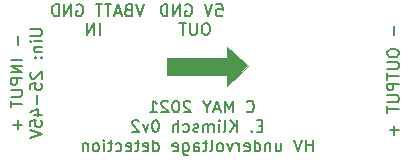
<source format=gbr>
G04 #@! TF.GenerationSoftware,KiCad,Pcbnew,(5.1.10)-1*
G04 #@! TF.CreationDate,2021-05-27T14:09:39+02:00*
G04 #@! TF.ProjectId,HV_UV_detect,48565f55-565f-4646-9574-6563742e6b69,0v2*
G04 #@! TF.SameCoordinates,Original*
G04 #@! TF.FileFunction,Legend,Bot*
G04 #@! TF.FilePolarity,Positive*
%FSLAX46Y46*%
G04 Gerber Fmt 4.6, Leading zero omitted, Abs format (unit mm)*
G04 Created by KiCad (PCBNEW (5.1.10)-1) date 2021-05-27 14:09:39*
%MOMM*%
%LPD*%
G01*
G04 APERTURE LIST*
%ADD10C,0.150000*%
%ADD11C,0.100000*%
G04 APERTURE END LIST*
D10*
X159766666Y-96307142D02*
X159814285Y-96354761D01*
X159957142Y-96402380D01*
X160052380Y-96402380D01*
X160195238Y-96354761D01*
X160290476Y-96259523D01*
X160338095Y-96164285D01*
X160385714Y-95973809D01*
X160385714Y-95830952D01*
X160338095Y-95640476D01*
X160290476Y-95545238D01*
X160195238Y-95450000D01*
X160052380Y-95402380D01*
X159957142Y-95402380D01*
X159814285Y-95450000D01*
X159766666Y-95497619D01*
X158576190Y-96402380D02*
X158576190Y-95402380D01*
X158242857Y-96116666D01*
X157909523Y-95402380D01*
X157909523Y-96402380D01*
X157480952Y-96116666D02*
X157004761Y-96116666D01*
X157576190Y-96402380D02*
X157242857Y-95402380D01*
X156909523Y-96402380D01*
X156385714Y-95926190D02*
X156385714Y-96402380D01*
X156719047Y-95402380D02*
X156385714Y-95926190D01*
X156052380Y-95402380D01*
X155004761Y-95497619D02*
X154957142Y-95450000D01*
X154861904Y-95402380D01*
X154623809Y-95402380D01*
X154528571Y-95450000D01*
X154480952Y-95497619D01*
X154433333Y-95592857D01*
X154433333Y-95688095D01*
X154480952Y-95830952D01*
X155052380Y-96402380D01*
X154433333Y-96402380D01*
X153814285Y-95402380D02*
X153719047Y-95402380D01*
X153623809Y-95450000D01*
X153576190Y-95497619D01*
X153528571Y-95592857D01*
X153480952Y-95783333D01*
X153480952Y-96021428D01*
X153528571Y-96211904D01*
X153576190Y-96307142D01*
X153623809Y-96354761D01*
X153719047Y-96402380D01*
X153814285Y-96402380D01*
X153909523Y-96354761D01*
X153957142Y-96307142D01*
X154004761Y-96211904D01*
X154052380Y-96021428D01*
X154052380Y-95783333D01*
X154004761Y-95592857D01*
X153957142Y-95497619D01*
X153909523Y-95450000D01*
X153814285Y-95402380D01*
X153100000Y-95497619D02*
X153052380Y-95450000D01*
X152957142Y-95402380D01*
X152719047Y-95402380D01*
X152623809Y-95450000D01*
X152576190Y-95497619D01*
X152528571Y-95592857D01*
X152528571Y-95688095D01*
X152576190Y-95830952D01*
X153147619Y-96402380D01*
X152528571Y-96402380D01*
X151576190Y-96402380D02*
X152147619Y-96402380D01*
X151861904Y-96402380D02*
X151861904Y-95402380D01*
X151957142Y-95545238D01*
X152052380Y-95640476D01*
X152147619Y-95688095D01*
X161100000Y-97528571D02*
X160766666Y-97528571D01*
X160623809Y-98052380D02*
X161100000Y-98052380D01*
X161100000Y-97052380D01*
X160623809Y-97052380D01*
X160195238Y-97957142D02*
X160147619Y-98004761D01*
X160195238Y-98052380D01*
X160242857Y-98004761D01*
X160195238Y-97957142D01*
X160195238Y-98052380D01*
X158957142Y-98052380D02*
X158957142Y-97052380D01*
X158385714Y-98052380D02*
X158814285Y-97480952D01*
X158385714Y-97052380D02*
X158957142Y-97623809D01*
X157814285Y-98052380D02*
X157909523Y-98004761D01*
X157957142Y-97909523D01*
X157957142Y-97052380D01*
X157433333Y-98052380D02*
X157433333Y-97385714D01*
X157433333Y-97052380D02*
X157480952Y-97100000D01*
X157433333Y-97147619D01*
X157385714Y-97100000D01*
X157433333Y-97052380D01*
X157433333Y-97147619D01*
X156957142Y-98052380D02*
X156957142Y-97385714D01*
X156957142Y-97480952D02*
X156909523Y-97433333D01*
X156814285Y-97385714D01*
X156671428Y-97385714D01*
X156576190Y-97433333D01*
X156528571Y-97528571D01*
X156528571Y-98052380D01*
X156528571Y-97528571D02*
X156480952Y-97433333D01*
X156385714Y-97385714D01*
X156242857Y-97385714D01*
X156147619Y-97433333D01*
X156100000Y-97528571D01*
X156100000Y-98052380D01*
X155671428Y-98004761D02*
X155576190Y-98052380D01*
X155385714Y-98052380D01*
X155290476Y-98004761D01*
X155242857Y-97909523D01*
X155242857Y-97861904D01*
X155290476Y-97766666D01*
X155385714Y-97719047D01*
X155528571Y-97719047D01*
X155623809Y-97671428D01*
X155671428Y-97576190D01*
X155671428Y-97528571D01*
X155623809Y-97433333D01*
X155528571Y-97385714D01*
X155385714Y-97385714D01*
X155290476Y-97433333D01*
X154385714Y-98004761D02*
X154480952Y-98052380D01*
X154671428Y-98052380D01*
X154766666Y-98004761D01*
X154814285Y-97957142D01*
X154861904Y-97861904D01*
X154861904Y-97576190D01*
X154814285Y-97480952D01*
X154766666Y-97433333D01*
X154671428Y-97385714D01*
X154480952Y-97385714D01*
X154385714Y-97433333D01*
X153957142Y-98052380D02*
X153957142Y-97052380D01*
X153528571Y-98052380D02*
X153528571Y-97528571D01*
X153576190Y-97433333D01*
X153671428Y-97385714D01*
X153814285Y-97385714D01*
X153909523Y-97433333D01*
X153957142Y-97480952D01*
X152100000Y-97052380D02*
X152004761Y-97052380D01*
X151909523Y-97100000D01*
X151861904Y-97147619D01*
X151814285Y-97242857D01*
X151766666Y-97433333D01*
X151766666Y-97671428D01*
X151814285Y-97861904D01*
X151861904Y-97957142D01*
X151909523Y-98004761D01*
X152004761Y-98052380D01*
X152100000Y-98052380D01*
X152195238Y-98004761D01*
X152242857Y-97957142D01*
X152290476Y-97861904D01*
X152338095Y-97671428D01*
X152338095Y-97433333D01*
X152290476Y-97242857D01*
X152242857Y-97147619D01*
X152195238Y-97100000D01*
X152100000Y-97052380D01*
X151433333Y-97385714D02*
X151195238Y-98052380D01*
X150957142Y-97385714D01*
X150623809Y-97147619D02*
X150576190Y-97100000D01*
X150480952Y-97052380D01*
X150242857Y-97052380D01*
X150147619Y-97100000D01*
X150100000Y-97147619D01*
X150052380Y-97242857D01*
X150052380Y-97338095D01*
X150100000Y-97480952D01*
X150671428Y-98052380D01*
X150052380Y-98052380D01*
X165338095Y-99702380D02*
X165338095Y-98702380D01*
X165338095Y-99178571D02*
X164766666Y-99178571D01*
X164766666Y-99702380D02*
X164766666Y-98702380D01*
X164433333Y-98702380D02*
X164100000Y-99702380D01*
X163766666Y-98702380D01*
X162242857Y-99035714D02*
X162242857Y-99702380D01*
X162671428Y-99035714D02*
X162671428Y-99559523D01*
X162623809Y-99654761D01*
X162528571Y-99702380D01*
X162385714Y-99702380D01*
X162290476Y-99654761D01*
X162242857Y-99607142D01*
X161766666Y-99035714D02*
X161766666Y-99702380D01*
X161766666Y-99130952D02*
X161719047Y-99083333D01*
X161623809Y-99035714D01*
X161480952Y-99035714D01*
X161385714Y-99083333D01*
X161338095Y-99178571D01*
X161338095Y-99702380D01*
X160433333Y-99702380D02*
X160433333Y-98702380D01*
X160433333Y-99654761D02*
X160528571Y-99702380D01*
X160719047Y-99702380D01*
X160814285Y-99654761D01*
X160861904Y-99607142D01*
X160909523Y-99511904D01*
X160909523Y-99226190D01*
X160861904Y-99130952D01*
X160814285Y-99083333D01*
X160719047Y-99035714D01*
X160528571Y-99035714D01*
X160433333Y-99083333D01*
X159576190Y-99654761D02*
X159671428Y-99702380D01*
X159861904Y-99702380D01*
X159957142Y-99654761D01*
X160004761Y-99559523D01*
X160004761Y-99178571D01*
X159957142Y-99083333D01*
X159861904Y-99035714D01*
X159671428Y-99035714D01*
X159576190Y-99083333D01*
X159528571Y-99178571D01*
X159528571Y-99273809D01*
X160004761Y-99369047D01*
X159100000Y-99702380D02*
X159100000Y-99035714D01*
X159100000Y-99226190D02*
X159052380Y-99130952D01*
X159004761Y-99083333D01*
X158909523Y-99035714D01*
X158814285Y-99035714D01*
X158576190Y-99035714D02*
X158338095Y-99702380D01*
X158100000Y-99035714D01*
X157576190Y-99702380D02*
X157671428Y-99654761D01*
X157719047Y-99607142D01*
X157766666Y-99511904D01*
X157766666Y-99226190D01*
X157719047Y-99130952D01*
X157671428Y-99083333D01*
X157576190Y-99035714D01*
X157433333Y-99035714D01*
X157338095Y-99083333D01*
X157290476Y-99130952D01*
X157242857Y-99226190D01*
X157242857Y-99511904D01*
X157290476Y-99607142D01*
X157338095Y-99654761D01*
X157433333Y-99702380D01*
X157576190Y-99702380D01*
X156671428Y-99702380D02*
X156766666Y-99654761D01*
X156814285Y-99559523D01*
X156814285Y-98702380D01*
X156433333Y-99035714D02*
X156052380Y-99035714D01*
X156290476Y-98702380D02*
X156290476Y-99559523D01*
X156242857Y-99654761D01*
X156147619Y-99702380D01*
X156052380Y-99702380D01*
X155290476Y-99702380D02*
X155290476Y-99178571D01*
X155338095Y-99083333D01*
X155433333Y-99035714D01*
X155623809Y-99035714D01*
X155719047Y-99083333D01*
X155290476Y-99654761D02*
X155385714Y-99702380D01*
X155623809Y-99702380D01*
X155719047Y-99654761D01*
X155766666Y-99559523D01*
X155766666Y-99464285D01*
X155719047Y-99369047D01*
X155623809Y-99321428D01*
X155385714Y-99321428D01*
X155290476Y-99273809D01*
X154385714Y-99035714D02*
X154385714Y-99845238D01*
X154433333Y-99940476D01*
X154480952Y-99988095D01*
X154576190Y-100035714D01*
X154719047Y-100035714D01*
X154814285Y-99988095D01*
X154385714Y-99654761D02*
X154480952Y-99702380D01*
X154671428Y-99702380D01*
X154766666Y-99654761D01*
X154814285Y-99607142D01*
X154861904Y-99511904D01*
X154861904Y-99226190D01*
X154814285Y-99130952D01*
X154766666Y-99083333D01*
X154671428Y-99035714D01*
X154480952Y-99035714D01*
X154385714Y-99083333D01*
X153528571Y-99654761D02*
X153623809Y-99702380D01*
X153814285Y-99702380D01*
X153909523Y-99654761D01*
X153957142Y-99559523D01*
X153957142Y-99178571D01*
X153909523Y-99083333D01*
X153814285Y-99035714D01*
X153623809Y-99035714D01*
X153528571Y-99083333D01*
X153480952Y-99178571D01*
X153480952Y-99273809D01*
X153957142Y-99369047D01*
X151861904Y-99702380D02*
X151861904Y-98702380D01*
X151861904Y-99654761D02*
X151957142Y-99702380D01*
X152147619Y-99702380D01*
X152242857Y-99654761D01*
X152290476Y-99607142D01*
X152338095Y-99511904D01*
X152338095Y-99226190D01*
X152290476Y-99130952D01*
X152242857Y-99083333D01*
X152147619Y-99035714D01*
X151957142Y-99035714D01*
X151861904Y-99083333D01*
X151004761Y-99654761D02*
X151100000Y-99702380D01*
X151290476Y-99702380D01*
X151385714Y-99654761D01*
X151433333Y-99559523D01*
X151433333Y-99178571D01*
X151385714Y-99083333D01*
X151290476Y-99035714D01*
X151100000Y-99035714D01*
X151004761Y-99083333D01*
X150957142Y-99178571D01*
X150957142Y-99273809D01*
X151433333Y-99369047D01*
X150671428Y-99035714D02*
X150290476Y-99035714D01*
X150528571Y-98702380D02*
X150528571Y-99559523D01*
X150480952Y-99654761D01*
X150385714Y-99702380D01*
X150290476Y-99702380D01*
X149576190Y-99654761D02*
X149671428Y-99702380D01*
X149861904Y-99702380D01*
X149957142Y-99654761D01*
X150004761Y-99559523D01*
X150004761Y-99178571D01*
X149957142Y-99083333D01*
X149861904Y-99035714D01*
X149671428Y-99035714D01*
X149576190Y-99083333D01*
X149528571Y-99178571D01*
X149528571Y-99273809D01*
X150004761Y-99369047D01*
X148671428Y-99654761D02*
X148766666Y-99702380D01*
X148957142Y-99702380D01*
X149052380Y-99654761D01*
X149100000Y-99607142D01*
X149147619Y-99511904D01*
X149147619Y-99226190D01*
X149100000Y-99130952D01*
X149052380Y-99083333D01*
X148957142Y-99035714D01*
X148766666Y-99035714D01*
X148671428Y-99083333D01*
X148385714Y-99035714D02*
X148004761Y-99035714D01*
X148242857Y-98702380D02*
X148242857Y-99559523D01*
X148195238Y-99654761D01*
X148100000Y-99702380D01*
X148004761Y-99702380D01*
X147671428Y-99702380D02*
X147671428Y-99035714D01*
X147671428Y-98702380D02*
X147719047Y-98750000D01*
X147671428Y-98797619D01*
X147623809Y-98750000D01*
X147671428Y-98702380D01*
X147671428Y-98797619D01*
X147052380Y-99702380D02*
X147147619Y-99654761D01*
X147195238Y-99607142D01*
X147242857Y-99511904D01*
X147242857Y-99226190D01*
X147195238Y-99130952D01*
X147147619Y-99083333D01*
X147052380Y-99035714D01*
X146909523Y-99035714D01*
X146814285Y-99083333D01*
X146766666Y-99130952D01*
X146719047Y-99226190D01*
X146719047Y-99511904D01*
X146766666Y-99607142D01*
X146814285Y-99654761D01*
X146909523Y-99702380D01*
X147052380Y-99702380D01*
X146290476Y-99035714D02*
X146290476Y-99702380D01*
X146290476Y-99130952D02*
X146242857Y-99083333D01*
X146147619Y-99035714D01*
X146004761Y-99035714D01*
X145909523Y-99083333D01*
X145861904Y-99178571D01*
X145861904Y-99702380D01*
D11*
G36*
X159900000Y-92500000D02*
G01*
X158100000Y-94200000D01*
X158100000Y-93200000D01*
X153000000Y-93200000D01*
X153000000Y-91800000D01*
X158100000Y-91800000D01*
X158100000Y-90900000D01*
X159900000Y-92500000D01*
G37*
X159900000Y-92500000D02*
X158100000Y-94200000D01*
X158100000Y-93200000D01*
X153000000Y-93200000D01*
X153000000Y-91800000D01*
X158100000Y-91800000D01*
X158100000Y-90900000D01*
X159900000Y-92500000D01*
D10*
X172271428Y-89104761D02*
X172271428Y-89866666D01*
X171652380Y-91295238D02*
X171652380Y-91485714D01*
X171700000Y-91580952D01*
X171795238Y-91676190D01*
X171985714Y-91723809D01*
X172319047Y-91723809D01*
X172509523Y-91676190D01*
X172604761Y-91580952D01*
X172652380Y-91485714D01*
X172652380Y-91295238D01*
X172604761Y-91200000D01*
X172509523Y-91104761D01*
X172319047Y-91057142D01*
X171985714Y-91057142D01*
X171795238Y-91104761D01*
X171700000Y-91200000D01*
X171652380Y-91295238D01*
X171652380Y-92152380D02*
X172461904Y-92152380D01*
X172557142Y-92200000D01*
X172604761Y-92247619D01*
X172652380Y-92342857D01*
X172652380Y-92533333D01*
X172604761Y-92628571D01*
X172557142Y-92676190D01*
X172461904Y-92723809D01*
X171652380Y-92723809D01*
X171652380Y-93057142D02*
X171652380Y-93628571D01*
X172652380Y-93342857D02*
X171652380Y-93342857D01*
X172652380Y-93961904D02*
X171652380Y-93961904D01*
X171652380Y-94342857D01*
X171700000Y-94438095D01*
X171747619Y-94485714D01*
X171842857Y-94533333D01*
X171985714Y-94533333D01*
X172080952Y-94485714D01*
X172128571Y-94438095D01*
X172176190Y-94342857D01*
X172176190Y-93961904D01*
X171652380Y-94961904D02*
X172461904Y-94961904D01*
X172557142Y-95009523D01*
X172604761Y-95057142D01*
X172652380Y-95152380D01*
X172652380Y-95342857D01*
X172604761Y-95438095D01*
X172557142Y-95485714D01*
X172461904Y-95533333D01*
X171652380Y-95533333D01*
X171652380Y-95866666D02*
X171652380Y-96438095D01*
X172652380Y-96152380D02*
X171652380Y-96152380D01*
X172271428Y-97533333D02*
X172271428Y-98295238D01*
X172652380Y-97914285D02*
X171890476Y-97914285D01*
X140396428Y-89971428D02*
X140396428Y-90733333D01*
X140777380Y-91971428D02*
X139777380Y-91971428D01*
X140777380Y-92447619D02*
X139777380Y-92447619D01*
X140777380Y-93019047D01*
X139777380Y-93019047D01*
X140777380Y-93495238D02*
X139777380Y-93495238D01*
X139777380Y-93876190D01*
X139825000Y-93971428D01*
X139872619Y-94019047D01*
X139967857Y-94066666D01*
X140110714Y-94066666D01*
X140205952Y-94019047D01*
X140253571Y-93971428D01*
X140301190Y-93876190D01*
X140301190Y-93495238D01*
X139777380Y-94495238D02*
X140586904Y-94495238D01*
X140682142Y-94542857D01*
X140729761Y-94590476D01*
X140777380Y-94685714D01*
X140777380Y-94876190D01*
X140729761Y-94971428D01*
X140682142Y-95019047D01*
X140586904Y-95066666D01*
X139777380Y-95066666D01*
X139777380Y-95400000D02*
X139777380Y-95971428D01*
X140777380Y-95685714D02*
X139777380Y-95685714D01*
X140396428Y-97066666D02*
X140396428Y-97828571D01*
X140777380Y-97447619D02*
X140015476Y-97447619D01*
X141427380Y-89352380D02*
X142236904Y-89352380D01*
X142332142Y-89400000D01*
X142379761Y-89447619D01*
X142427380Y-89542857D01*
X142427380Y-89733333D01*
X142379761Y-89828571D01*
X142332142Y-89876190D01*
X142236904Y-89923809D01*
X141427380Y-89923809D01*
X142427380Y-90400000D02*
X141760714Y-90400000D01*
X141427380Y-90400000D02*
X141475000Y-90352380D01*
X141522619Y-90400000D01*
X141475000Y-90447619D01*
X141427380Y-90400000D01*
X141522619Y-90400000D01*
X141760714Y-90876190D02*
X142427380Y-90876190D01*
X141855952Y-90876190D02*
X141808333Y-90923809D01*
X141760714Y-91019047D01*
X141760714Y-91161904D01*
X141808333Y-91257142D01*
X141903571Y-91304761D01*
X142427380Y-91304761D01*
X142332142Y-91780952D02*
X142379761Y-91828571D01*
X142427380Y-91780952D01*
X142379761Y-91733333D01*
X142332142Y-91780952D01*
X142427380Y-91780952D01*
X141808333Y-91780952D02*
X141855952Y-91828571D01*
X141903571Y-91780952D01*
X141855952Y-91733333D01*
X141808333Y-91780952D01*
X141903571Y-91780952D01*
X141522619Y-92971428D02*
X141475000Y-93019047D01*
X141427380Y-93114285D01*
X141427380Y-93352380D01*
X141475000Y-93447619D01*
X141522619Y-93495238D01*
X141617857Y-93542857D01*
X141713095Y-93542857D01*
X141855952Y-93495238D01*
X142427380Y-92923809D01*
X142427380Y-93542857D01*
X141427380Y-94447619D02*
X141427380Y-93971428D01*
X141903571Y-93923809D01*
X141855952Y-93971428D01*
X141808333Y-94066666D01*
X141808333Y-94304761D01*
X141855952Y-94400000D01*
X141903571Y-94447619D01*
X141998809Y-94495238D01*
X142236904Y-94495238D01*
X142332142Y-94447619D01*
X142379761Y-94400000D01*
X142427380Y-94304761D01*
X142427380Y-94066666D01*
X142379761Y-93971428D01*
X142332142Y-93923809D01*
X142046428Y-94923809D02*
X142046428Y-95685714D01*
X141760714Y-96590476D02*
X142427380Y-96590476D01*
X141379761Y-96352380D02*
X142094047Y-96114285D01*
X142094047Y-96733333D01*
X141427380Y-97590476D02*
X141427380Y-97114285D01*
X141903571Y-97066666D01*
X141855952Y-97114285D01*
X141808333Y-97209523D01*
X141808333Y-97447619D01*
X141855952Y-97542857D01*
X141903571Y-97590476D01*
X141998809Y-97638095D01*
X142236904Y-97638095D01*
X142332142Y-97590476D01*
X142379761Y-97542857D01*
X142427380Y-97447619D01*
X142427380Y-97209523D01*
X142379761Y-97114285D01*
X142332142Y-97066666D01*
X141427380Y-97923809D02*
X142427380Y-98257142D01*
X141427380Y-98590476D01*
X147323809Y-89852380D02*
X147323809Y-88852380D01*
X146847619Y-89852380D02*
X146847619Y-88852380D01*
X146276190Y-89852380D01*
X146276190Y-88852380D01*
X156400000Y-88852380D02*
X156209523Y-88852380D01*
X156114285Y-88900000D01*
X156019047Y-88995238D01*
X155971428Y-89185714D01*
X155971428Y-89519047D01*
X156019047Y-89709523D01*
X156114285Y-89804761D01*
X156209523Y-89852380D01*
X156400000Y-89852380D01*
X156495238Y-89804761D01*
X156590476Y-89709523D01*
X156638095Y-89519047D01*
X156638095Y-89185714D01*
X156590476Y-88995238D01*
X156495238Y-88900000D01*
X156400000Y-88852380D01*
X155542857Y-88852380D02*
X155542857Y-89661904D01*
X155495238Y-89757142D01*
X155447619Y-89804761D01*
X155352380Y-89852380D01*
X155161904Y-89852380D01*
X155066666Y-89804761D01*
X155019047Y-89757142D01*
X154971428Y-89661904D01*
X154971428Y-88852380D01*
X154638095Y-88852380D02*
X154066666Y-88852380D01*
X154352380Y-89852380D02*
X154352380Y-88852380D01*
X151028571Y-87252380D02*
X150695238Y-88252380D01*
X150361904Y-87252380D01*
X149695238Y-87728571D02*
X149552380Y-87776190D01*
X149504761Y-87823809D01*
X149457142Y-87919047D01*
X149457142Y-88061904D01*
X149504761Y-88157142D01*
X149552380Y-88204761D01*
X149647619Y-88252380D01*
X150028571Y-88252380D01*
X150028571Y-87252380D01*
X149695238Y-87252380D01*
X149600000Y-87300000D01*
X149552380Y-87347619D01*
X149504761Y-87442857D01*
X149504761Y-87538095D01*
X149552380Y-87633333D01*
X149600000Y-87680952D01*
X149695238Y-87728571D01*
X150028571Y-87728571D01*
X149076190Y-87966666D02*
X148600000Y-87966666D01*
X149171428Y-88252380D02*
X148838095Y-87252380D01*
X148504761Y-88252380D01*
X148314285Y-87252380D02*
X147742857Y-87252380D01*
X148028571Y-88252380D02*
X148028571Y-87252380D01*
X147552380Y-87252380D02*
X146980952Y-87252380D01*
X147266666Y-88252380D02*
X147266666Y-87252380D01*
X145361904Y-87300000D02*
X145457142Y-87252380D01*
X145600000Y-87252380D01*
X145742857Y-87300000D01*
X145838095Y-87395238D01*
X145885714Y-87490476D01*
X145933333Y-87680952D01*
X145933333Y-87823809D01*
X145885714Y-88014285D01*
X145838095Y-88109523D01*
X145742857Y-88204761D01*
X145600000Y-88252380D01*
X145504761Y-88252380D01*
X145361904Y-88204761D01*
X145314285Y-88157142D01*
X145314285Y-87823809D01*
X145504761Y-87823809D01*
X144885714Y-88252380D02*
X144885714Y-87252380D01*
X144314285Y-88252380D01*
X144314285Y-87252380D01*
X143838095Y-88252380D02*
X143838095Y-87252380D01*
X143600000Y-87252380D01*
X143457142Y-87300000D01*
X143361904Y-87395238D01*
X143314285Y-87490476D01*
X143266666Y-87680952D01*
X143266666Y-87823809D01*
X143314285Y-88014285D01*
X143361904Y-88109523D01*
X143457142Y-88204761D01*
X143600000Y-88252380D01*
X143838095Y-88252380D01*
X157195238Y-87252380D02*
X157671428Y-87252380D01*
X157719047Y-87728571D01*
X157671428Y-87680952D01*
X157576190Y-87633333D01*
X157338095Y-87633333D01*
X157242857Y-87680952D01*
X157195238Y-87728571D01*
X157147619Y-87823809D01*
X157147619Y-88061904D01*
X157195238Y-88157142D01*
X157242857Y-88204761D01*
X157338095Y-88252380D01*
X157576190Y-88252380D01*
X157671428Y-88204761D01*
X157719047Y-88157142D01*
X156861904Y-87252380D02*
X156528571Y-88252380D01*
X156195238Y-87252380D01*
X154576190Y-87300000D02*
X154671428Y-87252380D01*
X154814285Y-87252380D01*
X154957142Y-87300000D01*
X155052380Y-87395238D01*
X155100000Y-87490476D01*
X155147619Y-87680952D01*
X155147619Y-87823809D01*
X155100000Y-88014285D01*
X155052380Y-88109523D01*
X154957142Y-88204761D01*
X154814285Y-88252380D01*
X154719047Y-88252380D01*
X154576190Y-88204761D01*
X154528571Y-88157142D01*
X154528571Y-87823809D01*
X154719047Y-87823809D01*
X154100000Y-88252380D02*
X154100000Y-87252380D01*
X153528571Y-88252380D01*
X153528571Y-87252380D01*
X153052380Y-88252380D02*
X153052380Y-87252380D01*
X152814285Y-87252380D01*
X152671428Y-87300000D01*
X152576190Y-87395238D01*
X152528571Y-87490476D01*
X152480952Y-87680952D01*
X152480952Y-87823809D01*
X152528571Y-88014285D01*
X152576190Y-88109523D01*
X152671428Y-88204761D01*
X152814285Y-88252380D01*
X153052380Y-88252380D01*
M02*

</source>
